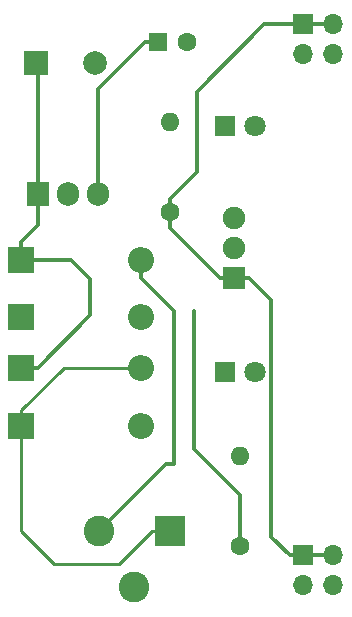
<source format=gtl>
G04 #@! TF.GenerationSoftware,KiCad,Pcbnew,(5.1.5-0-10_14)*
G04 #@! TF.CreationDate,2020-01-08T22:19:55-03:00*
G04 #@! TF.ProjectId,breaboard_power_supply,62726561-626f-4617-9264-5f706f776572,1*
G04 #@! TF.SameCoordinates,Original*
G04 #@! TF.FileFunction,Copper,L1,Top*
G04 #@! TF.FilePolarity,Positive*
%FSLAX46Y46*%
G04 Gerber Fmt 4.6, Leading zero omitted, Abs format (unit mm)*
G04 Created by KiCad (PCBNEW (5.1.5-0-10_14)) date 2020-01-08 22:19:55*
%MOMM*%
%LPD*%
G04 APERTURE LIST*
%ADD10R,2.000000X2.000000*%
%ADD11C,2.000000*%
%ADD12R,1.600000X1.600000*%
%ADD13C,1.600000*%
%ADD14R,2.200000X2.200000*%
%ADD15O,2.200000X2.200000*%
%ADD16C,1.800000*%
%ADD17R,1.800000X1.800000*%
%ADD18R,2.600000X2.600000*%
%ADD19C,2.600000*%
%ADD20R,1.700000X1.700000*%
%ADD21O,1.700000X1.700000*%
%ADD22O,1.600000X1.600000*%
%ADD23R,1.900000X1.900000*%
%ADD24C,1.900000*%
%ADD25R,1.905000X2.000000*%
%ADD26O,1.905000X2.000000*%
%ADD27C,0.300000*%
%ADD28C,0.250000*%
G04 APERTURE END LIST*
D10*
X105918000Y-94869000D03*
D11*
X110918000Y-94869000D03*
D12*
X116205000Y-93091000D03*
D13*
X118705000Y-93091000D03*
D14*
X104648000Y-120650000D03*
D15*
X114808000Y-120650000D03*
D14*
X104648000Y-111506000D03*
D15*
X114808000Y-111506000D03*
X114808000Y-125603000D03*
D14*
X104648000Y-125603000D03*
D15*
X114808000Y-116332000D03*
D14*
X104648000Y-116332000D03*
D16*
X124460000Y-121031000D03*
D17*
X121920000Y-121031000D03*
X121920000Y-100203000D03*
D16*
X124460000Y-100203000D03*
D18*
X117221000Y-134493000D03*
D19*
X111221000Y-134493000D03*
X114221000Y-139193000D03*
D20*
X128524000Y-91567000D03*
D21*
X131064000Y-91567000D03*
X128524000Y-94107000D03*
X131064000Y-94107000D03*
X131064000Y-139065000D03*
X128524000Y-139065000D03*
X131064000Y-136525000D03*
D20*
X128524000Y-136525000D03*
D13*
X123190000Y-135763000D03*
D22*
X123190000Y-128143000D03*
X117221000Y-99822000D03*
D13*
X117221000Y-107442000D03*
D23*
X122682000Y-112997000D03*
D24*
X122682000Y-110497000D03*
X122682000Y-107997000D03*
D25*
X106045000Y-105918000D03*
D26*
X108585000Y-105918000D03*
X111125000Y-105918000D03*
D27*
X106048000Y-120650000D02*
X110490000Y-116208000D01*
X104648000Y-120650000D02*
X106048000Y-120650000D01*
X110490000Y-116208000D02*
X110490000Y-113157000D01*
X108839000Y-111506000D02*
X104648000Y-111506000D01*
X110490000Y-113157000D02*
X108839000Y-111506000D01*
X104648000Y-111506000D02*
X104648000Y-109982000D01*
X106045000Y-108585000D02*
X106045000Y-105918000D01*
X104648000Y-109982000D02*
X106045000Y-108585000D01*
X106045000Y-94996000D02*
X105918000Y-94869000D01*
X106045000Y-105918000D02*
X106045000Y-94996000D01*
X115105000Y-93091000D02*
X116205000Y-93091000D01*
X111125000Y-97071000D02*
X115105000Y-93091000D01*
X111125000Y-105918000D02*
X111125000Y-97071000D01*
X123190000Y-135763000D02*
X123190000Y-131445000D01*
X123190000Y-131445000D02*
X119253000Y-127508000D01*
X119253000Y-127508000D02*
X119253000Y-115824000D01*
D28*
X115671000Y-134493000D02*
X112877000Y-137287000D01*
X117221000Y-134493000D02*
X115671000Y-134493000D01*
X112877000Y-137287000D02*
X107442000Y-137287000D01*
X104648000Y-134493000D02*
X104648000Y-125603000D01*
X107442000Y-137287000D02*
X104648000Y-134493000D01*
X108251000Y-120650000D02*
X113252366Y-120650000D01*
X104648000Y-124253000D02*
X108251000Y-120650000D01*
X113252366Y-120650000D02*
X114808000Y-120650000D01*
X104648000Y-125603000D02*
X104648000Y-124253000D01*
D27*
X114808000Y-113061634D02*
X117570366Y-115824000D01*
X114808000Y-111506000D02*
X114808000Y-113061634D01*
X117570366Y-115824000D02*
X117570366Y-128809634D01*
X116904366Y-128809634D02*
X111221000Y-134493000D01*
X117570366Y-128809634D02*
X116904366Y-128809634D01*
D28*
X117221000Y-99822000D02*
X117094000Y-99822000D01*
D27*
X131064000Y-136525000D02*
X128524000Y-136525000D01*
X123932000Y-112997000D02*
X122682000Y-112997000D01*
X125810001Y-114875001D02*
X123932000Y-112997000D01*
X125810001Y-134961001D02*
X125810001Y-114875001D01*
X127374000Y-136525000D02*
X125810001Y-134961001D01*
X128524000Y-136525000D02*
X127374000Y-136525000D01*
X117221000Y-108573370D02*
X117221000Y-107442000D01*
X121432000Y-112997000D02*
X117221000Y-108786000D01*
X117221000Y-108786000D02*
X117221000Y-108573370D01*
X122682000Y-112997000D02*
X121432000Y-112997000D01*
X117221000Y-106310630D02*
X119507000Y-104024630D01*
X117221000Y-107442000D02*
X117221000Y-106310630D01*
X119507000Y-104024630D02*
X119507000Y-97282000D01*
X125222000Y-91567000D02*
X128524000Y-91567000D01*
X119507000Y-97282000D02*
X125222000Y-91567000D01*
X128524000Y-91567000D02*
X131064000Y-91567000D01*
M02*

</source>
